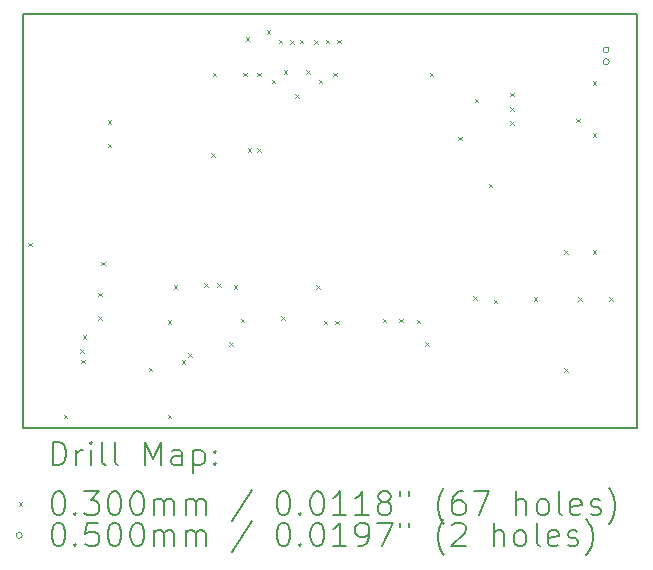
<source format=gbr>
%TF.GenerationSoftware,KiCad,Pcbnew,8.0.9-8.0.9-0~ubuntu22.04.1*%
%TF.CreationDate,2025-08-19T21:28:40+02:00*%
%TF.ProjectId,KG_Disp_Adapter,4b475f44-6973-4705-9f41-646170746572,rev?*%
%TF.SameCoordinates,Original*%
%TF.FileFunction,Drillmap*%
%TF.FilePolarity,Positive*%
%FSLAX45Y45*%
G04 Gerber Fmt 4.5, Leading zero omitted, Abs format (unit mm)*
G04 Created by KiCad (PCBNEW 8.0.9-8.0.9-0~ubuntu22.04.1) date 2025-08-19 21:28:40*
%MOMM*%
%LPD*%
G01*
G04 APERTURE LIST*
%ADD10C,0.150000*%
%ADD11C,0.200000*%
%ADD12C,0.100000*%
G04 APERTURE END LIST*
D10*
X12957501Y-13878500D02*
X12957501Y-10378500D01*
X18157501Y-13878500D02*
X18157501Y-10378500D01*
X12957501Y-10378500D02*
X18157501Y-10378500D01*
X18157501Y-13878500D02*
X12957501Y-13878500D01*
D11*
D12*
X13002501Y-12313500D02*
X13032501Y-12343500D01*
X13032501Y-12313500D02*
X13002501Y-12343500D01*
X13302501Y-13768500D02*
X13332501Y-13798500D01*
X13332501Y-13768500D02*
X13302501Y-13798500D01*
X13442501Y-13213500D02*
X13472501Y-13243500D01*
X13472501Y-13213500D02*
X13442501Y-13243500D01*
X13450001Y-13301000D02*
X13480001Y-13331000D01*
X13480001Y-13301000D02*
X13450001Y-13331000D01*
X13462501Y-13093500D02*
X13492501Y-13123500D01*
X13492501Y-13093500D02*
X13462501Y-13123500D01*
X13593751Y-12733500D02*
X13623751Y-12763500D01*
X13623751Y-12733500D02*
X13593751Y-12763500D01*
X13593751Y-12933500D02*
X13623751Y-12963500D01*
X13623751Y-12933500D02*
X13593751Y-12963500D01*
X13622501Y-12473500D02*
X13652501Y-12503500D01*
X13652501Y-12473500D02*
X13622501Y-12503500D01*
X13673751Y-11273500D02*
X13703751Y-11303500D01*
X13703751Y-11273500D02*
X13673751Y-11303500D01*
X13673751Y-11473500D02*
X13703751Y-11503500D01*
X13703751Y-11473500D02*
X13673751Y-11503500D01*
X14022501Y-13368500D02*
X14052501Y-13398500D01*
X14052501Y-13368500D02*
X14022501Y-13398500D01*
X14182501Y-12968500D02*
X14212501Y-12998500D01*
X14212501Y-12968500D02*
X14182501Y-12998500D01*
X14182501Y-13768500D02*
X14212501Y-13798500D01*
X14212501Y-13768500D02*
X14182501Y-13798500D01*
X14233751Y-12673500D02*
X14263751Y-12703500D01*
X14263751Y-12673500D02*
X14233751Y-12703500D01*
X14302501Y-13308500D02*
X14332501Y-13338500D01*
X14332501Y-13308500D02*
X14302501Y-13338500D01*
X14357501Y-13248500D02*
X14387501Y-13278500D01*
X14387501Y-13248500D02*
X14357501Y-13278500D01*
X14493751Y-12653500D02*
X14523751Y-12683500D01*
X14523751Y-12653500D02*
X14493751Y-12683500D01*
X14553751Y-11553500D02*
X14583751Y-11583500D01*
X14583751Y-11553500D02*
X14553751Y-11583500D01*
X14562501Y-10873500D02*
X14592501Y-10903500D01*
X14592501Y-10873500D02*
X14562501Y-10903500D01*
X14602501Y-12653500D02*
X14632501Y-12683500D01*
X14632501Y-12653500D02*
X14602501Y-12683500D01*
X14702501Y-13153500D02*
X14732501Y-13183500D01*
X14732501Y-13153500D02*
X14702501Y-13183500D01*
X14742501Y-12673500D02*
X14772501Y-12703500D01*
X14772501Y-12673500D02*
X14742501Y-12703500D01*
X14802501Y-12953500D02*
X14832501Y-12983500D01*
X14832501Y-12953500D02*
X14802501Y-12983500D01*
X14822501Y-10873500D02*
X14852501Y-10903500D01*
X14852501Y-10873500D02*
X14822501Y-10903500D01*
X14842501Y-10573500D02*
X14872501Y-10603500D01*
X14872501Y-10573500D02*
X14842501Y-10603500D01*
X14862501Y-11513500D02*
X14892501Y-11543500D01*
X14892501Y-11513500D02*
X14862501Y-11543500D01*
X14942501Y-10873500D02*
X14972501Y-10903500D01*
X14972501Y-10873500D02*
X14942501Y-10903500D01*
X14942501Y-11513500D02*
X14972501Y-11543500D01*
X14972501Y-11513500D02*
X14942501Y-11543500D01*
X15022501Y-10513500D02*
X15052501Y-10543500D01*
X15052501Y-10513500D02*
X15022501Y-10543500D01*
X15062501Y-10933500D02*
X15092501Y-10963500D01*
X15092501Y-10933500D02*
X15062501Y-10963500D01*
X15122501Y-10593500D02*
X15152501Y-10623500D01*
X15152501Y-10593500D02*
X15122501Y-10623500D01*
X15142501Y-12933500D02*
X15172501Y-12963500D01*
X15172501Y-12933500D02*
X15142501Y-12963500D01*
X15165001Y-10853500D02*
X15195001Y-10883500D01*
X15195001Y-10853500D02*
X15165001Y-10883500D01*
X15222501Y-10596000D02*
X15252501Y-10626000D01*
X15252501Y-10596000D02*
X15222501Y-10626000D01*
X15262501Y-11053500D02*
X15292501Y-11083500D01*
X15292501Y-11053500D02*
X15262501Y-11083500D01*
X15302501Y-10593500D02*
X15332501Y-10623500D01*
X15332501Y-10593500D02*
X15302501Y-10623500D01*
X15355001Y-10853500D02*
X15385001Y-10883500D01*
X15385001Y-10853500D02*
X15355001Y-10883500D01*
X15422501Y-10596000D02*
X15452501Y-10626000D01*
X15452501Y-10596000D02*
X15422501Y-10626000D01*
X15442501Y-12673500D02*
X15472501Y-12703500D01*
X15472501Y-12673500D02*
X15442501Y-12703500D01*
X15462501Y-10933500D02*
X15492501Y-10963500D01*
X15492501Y-10933500D02*
X15462501Y-10963500D01*
X15502501Y-12973500D02*
X15532501Y-13003500D01*
X15532501Y-12973500D02*
X15502501Y-13003500D01*
X15522501Y-10593500D02*
X15552501Y-10623500D01*
X15552501Y-10593500D02*
X15522501Y-10623500D01*
X15582501Y-10873500D02*
X15612501Y-10903500D01*
X15612501Y-10873500D02*
X15582501Y-10903500D01*
X15602501Y-12973500D02*
X15632501Y-13003500D01*
X15632501Y-12973500D02*
X15602501Y-13003500D01*
X15617501Y-10593500D02*
X15647501Y-10623500D01*
X15647501Y-10593500D02*
X15617501Y-10623500D01*
X16002501Y-12953500D02*
X16032501Y-12983500D01*
X16032501Y-12953500D02*
X16002501Y-12983500D01*
X16142501Y-12953500D02*
X16172501Y-12983500D01*
X16172501Y-12953500D02*
X16142501Y-12983500D01*
X16292501Y-12963500D02*
X16322501Y-12993500D01*
X16322501Y-12963500D02*
X16292501Y-12993500D01*
X16362501Y-13153500D02*
X16392501Y-13183500D01*
X16392501Y-13153500D02*
X16362501Y-13183500D01*
X16402501Y-10873500D02*
X16432501Y-10903500D01*
X16432501Y-10873500D02*
X16402501Y-10903500D01*
X16642501Y-11413500D02*
X16672501Y-11443500D01*
X16672501Y-11413500D02*
X16642501Y-11443500D01*
X16771001Y-12765000D02*
X16801001Y-12795000D01*
X16801001Y-12765000D02*
X16771001Y-12795000D01*
X16782501Y-11093500D02*
X16812501Y-11123500D01*
X16812501Y-11093500D02*
X16782501Y-11123500D01*
X16902501Y-11813500D02*
X16932501Y-11843500D01*
X16932501Y-11813500D02*
X16902501Y-11843500D01*
X16942501Y-12793500D02*
X16972501Y-12823500D01*
X16972501Y-12793500D02*
X16942501Y-12823500D01*
X17082501Y-11043500D02*
X17112501Y-11073500D01*
X17112501Y-11043500D02*
X17082501Y-11073500D01*
X17082501Y-11163500D02*
X17112501Y-11193500D01*
X17112501Y-11163500D02*
X17082501Y-11193500D01*
X17082501Y-11283500D02*
X17112501Y-11313500D01*
X17112501Y-11283500D02*
X17082501Y-11313500D01*
X17282501Y-12773500D02*
X17312501Y-12803500D01*
X17312501Y-12773500D02*
X17282501Y-12803500D01*
X17542501Y-12373500D02*
X17572501Y-12403500D01*
X17572501Y-12373500D02*
X17542501Y-12403500D01*
X17542501Y-13373500D02*
X17572501Y-13403500D01*
X17572501Y-13373500D02*
X17542501Y-13403500D01*
X17642501Y-11263500D02*
X17672501Y-11293500D01*
X17672501Y-11263500D02*
X17642501Y-11293500D01*
X17660001Y-12771000D02*
X17690001Y-12801000D01*
X17690001Y-12771000D02*
X17660001Y-12801000D01*
X17782501Y-10943500D02*
X17812501Y-10973500D01*
X17812501Y-10943500D02*
X17782501Y-10973500D01*
X17782501Y-11383500D02*
X17812501Y-11413500D01*
X17812501Y-11383500D02*
X17782501Y-11413500D01*
X17782501Y-12373500D02*
X17812501Y-12403500D01*
X17812501Y-12373500D02*
X17782501Y-12403500D01*
X17922501Y-12773500D02*
X17952501Y-12803500D01*
X17952501Y-12773500D02*
X17922501Y-12803500D01*
X17920001Y-10678500D02*
G75*
G02*
X17870001Y-10678500I-25000J0D01*
G01*
X17870001Y-10678500D02*
G75*
G02*
X17920001Y-10678500I25000J0D01*
G01*
X17920001Y-10778500D02*
G75*
G02*
X17870001Y-10778500I-25000J0D01*
G01*
X17870001Y-10778500D02*
G75*
G02*
X17920001Y-10778500I25000J0D01*
G01*
D11*
X13210778Y-14197484D02*
X13210778Y-13997484D01*
X13210778Y-13997484D02*
X13258397Y-13997484D01*
X13258397Y-13997484D02*
X13286968Y-14007007D01*
X13286968Y-14007007D02*
X13306016Y-14026055D01*
X13306016Y-14026055D02*
X13315539Y-14045103D01*
X13315539Y-14045103D02*
X13325063Y-14083198D01*
X13325063Y-14083198D02*
X13325063Y-14111769D01*
X13325063Y-14111769D02*
X13315539Y-14149865D01*
X13315539Y-14149865D02*
X13306016Y-14168912D01*
X13306016Y-14168912D02*
X13286968Y-14187960D01*
X13286968Y-14187960D02*
X13258397Y-14197484D01*
X13258397Y-14197484D02*
X13210778Y-14197484D01*
X13410778Y-14197484D02*
X13410778Y-14064150D01*
X13410778Y-14102246D02*
X13420301Y-14083198D01*
X13420301Y-14083198D02*
X13429825Y-14073674D01*
X13429825Y-14073674D02*
X13448873Y-14064150D01*
X13448873Y-14064150D02*
X13467920Y-14064150D01*
X13534587Y-14197484D02*
X13534587Y-14064150D01*
X13534587Y-13997484D02*
X13525063Y-14007007D01*
X13525063Y-14007007D02*
X13534587Y-14016531D01*
X13534587Y-14016531D02*
X13544111Y-14007007D01*
X13544111Y-14007007D02*
X13534587Y-13997484D01*
X13534587Y-13997484D02*
X13534587Y-14016531D01*
X13658397Y-14197484D02*
X13639349Y-14187960D01*
X13639349Y-14187960D02*
X13629825Y-14168912D01*
X13629825Y-14168912D02*
X13629825Y-13997484D01*
X13763158Y-14197484D02*
X13744111Y-14187960D01*
X13744111Y-14187960D02*
X13734587Y-14168912D01*
X13734587Y-14168912D02*
X13734587Y-13997484D01*
X13991730Y-14197484D02*
X13991730Y-13997484D01*
X13991730Y-13997484D02*
X14058397Y-14140341D01*
X14058397Y-14140341D02*
X14125063Y-13997484D01*
X14125063Y-13997484D02*
X14125063Y-14197484D01*
X14306016Y-14197484D02*
X14306016Y-14092722D01*
X14306016Y-14092722D02*
X14296492Y-14073674D01*
X14296492Y-14073674D02*
X14277444Y-14064150D01*
X14277444Y-14064150D02*
X14239349Y-14064150D01*
X14239349Y-14064150D02*
X14220301Y-14073674D01*
X14306016Y-14187960D02*
X14286968Y-14197484D01*
X14286968Y-14197484D02*
X14239349Y-14197484D01*
X14239349Y-14197484D02*
X14220301Y-14187960D01*
X14220301Y-14187960D02*
X14210778Y-14168912D01*
X14210778Y-14168912D02*
X14210778Y-14149865D01*
X14210778Y-14149865D02*
X14220301Y-14130817D01*
X14220301Y-14130817D02*
X14239349Y-14121293D01*
X14239349Y-14121293D02*
X14286968Y-14121293D01*
X14286968Y-14121293D02*
X14306016Y-14111769D01*
X14401254Y-14064150D02*
X14401254Y-14264150D01*
X14401254Y-14073674D02*
X14420301Y-14064150D01*
X14420301Y-14064150D02*
X14458397Y-14064150D01*
X14458397Y-14064150D02*
X14477444Y-14073674D01*
X14477444Y-14073674D02*
X14486968Y-14083198D01*
X14486968Y-14083198D02*
X14496492Y-14102246D01*
X14496492Y-14102246D02*
X14496492Y-14159388D01*
X14496492Y-14159388D02*
X14486968Y-14178436D01*
X14486968Y-14178436D02*
X14477444Y-14187960D01*
X14477444Y-14187960D02*
X14458397Y-14197484D01*
X14458397Y-14197484D02*
X14420301Y-14197484D01*
X14420301Y-14197484D02*
X14401254Y-14187960D01*
X14582206Y-14178436D02*
X14591730Y-14187960D01*
X14591730Y-14187960D02*
X14582206Y-14197484D01*
X14582206Y-14197484D02*
X14572682Y-14187960D01*
X14572682Y-14187960D02*
X14582206Y-14178436D01*
X14582206Y-14178436D02*
X14582206Y-14197484D01*
X14582206Y-14073674D02*
X14591730Y-14083198D01*
X14591730Y-14083198D02*
X14582206Y-14092722D01*
X14582206Y-14092722D02*
X14572682Y-14083198D01*
X14572682Y-14083198D02*
X14582206Y-14073674D01*
X14582206Y-14073674D02*
X14582206Y-14092722D01*
D12*
X12920001Y-14511000D02*
X12950001Y-14541000D01*
X12950001Y-14511000D02*
X12920001Y-14541000D01*
D11*
X13248873Y-14417484D02*
X13267920Y-14417484D01*
X13267920Y-14417484D02*
X13286968Y-14427007D01*
X13286968Y-14427007D02*
X13296492Y-14436531D01*
X13296492Y-14436531D02*
X13306016Y-14455579D01*
X13306016Y-14455579D02*
X13315539Y-14493674D01*
X13315539Y-14493674D02*
X13315539Y-14541293D01*
X13315539Y-14541293D02*
X13306016Y-14579388D01*
X13306016Y-14579388D02*
X13296492Y-14598436D01*
X13296492Y-14598436D02*
X13286968Y-14607960D01*
X13286968Y-14607960D02*
X13267920Y-14617484D01*
X13267920Y-14617484D02*
X13248873Y-14617484D01*
X13248873Y-14617484D02*
X13229825Y-14607960D01*
X13229825Y-14607960D02*
X13220301Y-14598436D01*
X13220301Y-14598436D02*
X13210778Y-14579388D01*
X13210778Y-14579388D02*
X13201254Y-14541293D01*
X13201254Y-14541293D02*
X13201254Y-14493674D01*
X13201254Y-14493674D02*
X13210778Y-14455579D01*
X13210778Y-14455579D02*
X13220301Y-14436531D01*
X13220301Y-14436531D02*
X13229825Y-14427007D01*
X13229825Y-14427007D02*
X13248873Y-14417484D01*
X13401254Y-14598436D02*
X13410778Y-14607960D01*
X13410778Y-14607960D02*
X13401254Y-14617484D01*
X13401254Y-14617484D02*
X13391730Y-14607960D01*
X13391730Y-14607960D02*
X13401254Y-14598436D01*
X13401254Y-14598436D02*
X13401254Y-14617484D01*
X13477444Y-14417484D02*
X13601254Y-14417484D01*
X13601254Y-14417484D02*
X13534587Y-14493674D01*
X13534587Y-14493674D02*
X13563159Y-14493674D01*
X13563159Y-14493674D02*
X13582206Y-14503198D01*
X13582206Y-14503198D02*
X13591730Y-14512722D01*
X13591730Y-14512722D02*
X13601254Y-14531769D01*
X13601254Y-14531769D02*
X13601254Y-14579388D01*
X13601254Y-14579388D02*
X13591730Y-14598436D01*
X13591730Y-14598436D02*
X13582206Y-14607960D01*
X13582206Y-14607960D02*
X13563159Y-14617484D01*
X13563159Y-14617484D02*
X13506016Y-14617484D01*
X13506016Y-14617484D02*
X13486968Y-14607960D01*
X13486968Y-14607960D02*
X13477444Y-14598436D01*
X13725063Y-14417484D02*
X13744111Y-14417484D01*
X13744111Y-14417484D02*
X13763159Y-14427007D01*
X13763159Y-14427007D02*
X13772682Y-14436531D01*
X13772682Y-14436531D02*
X13782206Y-14455579D01*
X13782206Y-14455579D02*
X13791730Y-14493674D01*
X13791730Y-14493674D02*
X13791730Y-14541293D01*
X13791730Y-14541293D02*
X13782206Y-14579388D01*
X13782206Y-14579388D02*
X13772682Y-14598436D01*
X13772682Y-14598436D02*
X13763159Y-14607960D01*
X13763159Y-14607960D02*
X13744111Y-14617484D01*
X13744111Y-14617484D02*
X13725063Y-14617484D01*
X13725063Y-14617484D02*
X13706016Y-14607960D01*
X13706016Y-14607960D02*
X13696492Y-14598436D01*
X13696492Y-14598436D02*
X13686968Y-14579388D01*
X13686968Y-14579388D02*
X13677444Y-14541293D01*
X13677444Y-14541293D02*
X13677444Y-14493674D01*
X13677444Y-14493674D02*
X13686968Y-14455579D01*
X13686968Y-14455579D02*
X13696492Y-14436531D01*
X13696492Y-14436531D02*
X13706016Y-14427007D01*
X13706016Y-14427007D02*
X13725063Y-14417484D01*
X13915539Y-14417484D02*
X13934587Y-14417484D01*
X13934587Y-14417484D02*
X13953635Y-14427007D01*
X13953635Y-14427007D02*
X13963159Y-14436531D01*
X13963159Y-14436531D02*
X13972682Y-14455579D01*
X13972682Y-14455579D02*
X13982206Y-14493674D01*
X13982206Y-14493674D02*
X13982206Y-14541293D01*
X13982206Y-14541293D02*
X13972682Y-14579388D01*
X13972682Y-14579388D02*
X13963159Y-14598436D01*
X13963159Y-14598436D02*
X13953635Y-14607960D01*
X13953635Y-14607960D02*
X13934587Y-14617484D01*
X13934587Y-14617484D02*
X13915539Y-14617484D01*
X13915539Y-14617484D02*
X13896492Y-14607960D01*
X13896492Y-14607960D02*
X13886968Y-14598436D01*
X13886968Y-14598436D02*
X13877444Y-14579388D01*
X13877444Y-14579388D02*
X13867920Y-14541293D01*
X13867920Y-14541293D02*
X13867920Y-14493674D01*
X13867920Y-14493674D02*
X13877444Y-14455579D01*
X13877444Y-14455579D02*
X13886968Y-14436531D01*
X13886968Y-14436531D02*
X13896492Y-14427007D01*
X13896492Y-14427007D02*
X13915539Y-14417484D01*
X14067920Y-14617484D02*
X14067920Y-14484150D01*
X14067920Y-14503198D02*
X14077444Y-14493674D01*
X14077444Y-14493674D02*
X14096492Y-14484150D01*
X14096492Y-14484150D02*
X14125063Y-14484150D01*
X14125063Y-14484150D02*
X14144111Y-14493674D01*
X14144111Y-14493674D02*
X14153635Y-14512722D01*
X14153635Y-14512722D02*
X14153635Y-14617484D01*
X14153635Y-14512722D02*
X14163159Y-14493674D01*
X14163159Y-14493674D02*
X14182206Y-14484150D01*
X14182206Y-14484150D02*
X14210778Y-14484150D01*
X14210778Y-14484150D02*
X14229825Y-14493674D01*
X14229825Y-14493674D02*
X14239349Y-14512722D01*
X14239349Y-14512722D02*
X14239349Y-14617484D01*
X14334587Y-14617484D02*
X14334587Y-14484150D01*
X14334587Y-14503198D02*
X14344111Y-14493674D01*
X14344111Y-14493674D02*
X14363159Y-14484150D01*
X14363159Y-14484150D02*
X14391730Y-14484150D01*
X14391730Y-14484150D02*
X14410778Y-14493674D01*
X14410778Y-14493674D02*
X14420301Y-14512722D01*
X14420301Y-14512722D02*
X14420301Y-14617484D01*
X14420301Y-14512722D02*
X14429825Y-14493674D01*
X14429825Y-14493674D02*
X14448873Y-14484150D01*
X14448873Y-14484150D02*
X14477444Y-14484150D01*
X14477444Y-14484150D02*
X14496492Y-14493674D01*
X14496492Y-14493674D02*
X14506016Y-14512722D01*
X14506016Y-14512722D02*
X14506016Y-14617484D01*
X14896492Y-14407960D02*
X14725063Y-14665103D01*
X15153635Y-14417484D02*
X15172683Y-14417484D01*
X15172683Y-14417484D02*
X15191730Y-14427007D01*
X15191730Y-14427007D02*
X15201254Y-14436531D01*
X15201254Y-14436531D02*
X15210778Y-14455579D01*
X15210778Y-14455579D02*
X15220302Y-14493674D01*
X15220302Y-14493674D02*
X15220302Y-14541293D01*
X15220302Y-14541293D02*
X15210778Y-14579388D01*
X15210778Y-14579388D02*
X15201254Y-14598436D01*
X15201254Y-14598436D02*
X15191730Y-14607960D01*
X15191730Y-14607960D02*
X15172683Y-14617484D01*
X15172683Y-14617484D02*
X15153635Y-14617484D01*
X15153635Y-14617484D02*
X15134587Y-14607960D01*
X15134587Y-14607960D02*
X15125063Y-14598436D01*
X15125063Y-14598436D02*
X15115540Y-14579388D01*
X15115540Y-14579388D02*
X15106016Y-14541293D01*
X15106016Y-14541293D02*
X15106016Y-14493674D01*
X15106016Y-14493674D02*
X15115540Y-14455579D01*
X15115540Y-14455579D02*
X15125063Y-14436531D01*
X15125063Y-14436531D02*
X15134587Y-14427007D01*
X15134587Y-14427007D02*
X15153635Y-14417484D01*
X15306016Y-14598436D02*
X15315540Y-14607960D01*
X15315540Y-14607960D02*
X15306016Y-14617484D01*
X15306016Y-14617484D02*
X15296492Y-14607960D01*
X15296492Y-14607960D02*
X15306016Y-14598436D01*
X15306016Y-14598436D02*
X15306016Y-14617484D01*
X15439349Y-14417484D02*
X15458397Y-14417484D01*
X15458397Y-14417484D02*
X15477444Y-14427007D01*
X15477444Y-14427007D02*
X15486968Y-14436531D01*
X15486968Y-14436531D02*
X15496492Y-14455579D01*
X15496492Y-14455579D02*
X15506016Y-14493674D01*
X15506016Y-14493674D02*
X15506016Y-14541293D01*
X15506016Y-14541293D02*
X15496492Y-14579388D01*
X15496492Y-14579388D02*
X15486968Y-14598436D01*
X15486968Y-14598436D02*
X15477444Y-14607960D01*
X15477444Y-14607960D02*
X15458397Y-14617484D01*
X15458397Y-14617484D02*
X15439349Y-14617484D01*
X15439349Y-14617484D02*
X15420302Y-14607960D01*
X15420302Y-14607960D02*
X15410778Y-14598436D01*
X15410778Y-14598436D02*
X15401254Y-14579388D01*
X15401254Y-14579388D02*
X15391730Y-14541293D01*
X15391730Y-14541293D02*
X15391730Y-14493674D01*
X15391730Y-14493674D02*
X15401254Y-14455579D01*
X15401254Y-14455579D02*
X15410778Y-14436531D01*
X15410778Y-14436531D02*
X15420302Y-14427007D01*
X15420302Y-14427007D02*
X15439349Y-14417484D01*
X15696492Y-14617484D02*
X15582206Y-14617484D01*
X15639349Y-14617484D02*
X15639349Y-14417484D01*
X15639349Y-14417484D02*
X15620302Y-14446055D01*
X15620302Y-14446055D02*
X15601254Y-14465103D01*
X15601254Y-14465103D02*
X15582206Y-14474626D01*
X15886968Y-14617484D02*
X15772683Y-14617484D01*
X15829825Y-14617484D02*
X15829825Y-14417484D01*
X15829825Y-14417484D02*
X15810778Y-14446055D01*
X15810778Y-14446055D02*
X15791730Y-14465103D01*
X15791730Y-14465103D02*
X15772683Y-14474626D01*
X16001254Y-14503198D02*
X15982206Y-14493674D01*
X15982206Y-14493674D02*
X15972683Y-14484150D01*
X15972683Y-14484150D02*
X15963159Y-14465103D01*
X15963159Y-14465103D02*
X15963159Y-14455579D01*
X15963159Y-14455579D02*
X15972683Y-14436531D01*
X15972683Y-14436531D02*
X15982206Y-14427007D01*
X15982206Y-14427007D02*
X16001254Y-14417484D01*
X16001254Y-14417484D02*
X16039349Y-14417484D01*
X16039349Y-14417484D02*
X16058397Y-14427007D01*
X16058397Y-14427007D02*
X16067921Y-14436531D01*
X16067921Y-14436531D02*
X16077444Y-14455579D01*
X16077444Y-14455579D02*
X16077444Y-14465103D01*
X16077444Y-14465103D02*
X16067921Y-14484150D01*
X16067921Y-14484150D02*
X16058397Y-14493674D01*
X16058397Y-14493674D02*
X16039349Y-14503198D01*
X16039349Y-14503198D02*
X16001254Y-14503198D01*
X16001254Y-14503198D02*
X15982206Y-14512722D01*
X15982206Y-14512722D02*
X15972683Y-14522246D01*
X15972683Y-14522246D02*
X15963159Y-14541293D01*
X15963159Y-14541293D02*
X15963159Y-14579388D01*
X15963159Y-14579388D02*
X15972683Y-14598436D01*
X15972683Y-14598436D02*
X15982206Y-14607960D01*
X15982206Y-14607960D02*
X16001254Y-14617484D01*
X16001254Y-14617484D02*
X16039349Y-14617484D01*
X16039349Y-14617484D02*
X16058397Y-14607960D01*
X16058397Y-14607960D02*
X16067921Y-14598436D01*
X16067921Y-14598436D02*
X16077444Y-14579388D01*
X16077444Y-14579388D02*
X16077444Y-14541293D01*
X16077444Y-14541293D02*
X16067921Y-14522246D01*
X16067921Y-14522246D02*
X16058397Y-14512722D01*
X16058397Y-14512722D02*
X16039349Y-14503198D01*
X16153635Y-14417484D02*
X16153635Y-14455579D01*
X16229825Y-14417484D02*
X16229825Y-14455579D01*
X16525064Y-14693674D02*
X16515540Y-14684150D01*
X16515540Y-14684150D02*
X16496492Y-14655579D01*
X16496492Y-14655579D02*
X16486968Y-14636531D01*
X16486968Y-14636531D02*
X16477445Y-14607960D01*
X16477445Y-14607960D02*
X16467921Y-14560341D01*
X16467921Y-14560341D02*
X16467921Y-14522246D01*
X16467921Y-14522246D02*
X16477445Y-14474626D01*
X16477445Y-14474626D02*
X16486968Y-14446055D01*
X16486968Y-14446055D02*
X16496492Y-14427007D01*
X16496492Y-14427007D02*
X16515540Y-14398436D01*
X16515540Y-14398436D02*
X16525064Y-14388912D01*
X16686968Y-14417484D02*
X16648873Y-14417484D01*
X16648873Y-14417484D02*
X16629825Y-14427007D01*
X16629825Y-14427007D02*
X16620302Y-14436531D01*
X16620302Y-14436531D02*
X16601254Y-14465103D01*
X16601254Y-14465103D02*
X16591730Y-14503198D01*
X16591730Y-14503198D02*
X16591730Y-14579388D01*
X16591730Y-14579388D02*
X16601254Y-14598436D01*
X16601254Y-14598436D02*
X16610778Y-14607960D01*
X16610778Y-14607960D02*
X16629825Y-14617484D01*
X16629825Y-14617484D02*
X16667921Y-14617484D01*
X16667921Y-14617484D02*
X16686968Y-14607960D01*
X16686968Y-14607960D02*
X16696492Y-14598436D01*
X16696492Y-14598436D02*
X16706016Y-14579388D01*
X16706016Y-14579388D02*
X16706016Y-14531769D01*
X16706016Y-14531769D02*
X16696492Y-14512722D01*
X16696492Y-14512722D02*
X16686968Y-14503198D01*
X16686968Y-14503198D02*
X16667921Y-14493674D01*
X16667921Y-14493674D02*
X16629825Y-14493674D01*
X16629825Y-14493674D02*
X16610778Y-14503198D01*
X16610778Y-14503198D02*
X16601254Y-14512722D01*
X16601254Y-14512722D02*
X16591730Y-14531769D01*
X16772683Y-14417484D02*
X16906016Y-14417484D01*
X16906016Y-14417484D02*
X16820302Y-14617484D01*
X17134588Y-14617484D02*
X17134588Y-14417484D01*
X17220302Y-14617484D02*
X17220302Y-14512722D01*
X17220302Y-14512722D02*
X17210778Y-14493674D01*
X17210778Y-14493674D02*
X17191730Y-14484150D01*
X17191730Y-14484150D02*
X17163159Y-14484150D01*
X17163159Y-14484150D02*
X17144111Y-14493674D01*
X17144111Y-14493674D02*
X17134588Y-14503198D01*
X17344111Y-14617484D02*
X17325064Y-14607960D01*
X17325064Y-14607960D02*
X17315540Y-14598436D01*
X17315540Y-14598436D02*
X17306016Y-14579388D01*
X17306016Y-14579388D02*
X17306016Y-14522246D01*
X17306016Y-14522246D02*
X17315540Y-14503198D01*
X17315540Y-14503198D02*
X17325064Y-14493674D01*
X17325064Y-14493674D02*
X17344111Y-14484150D01*
X17344111Y-14484150D02*
X17372683Y-14484150D01*
X17372683Y-14484150D02*
X17391730Y-14493674D01*
X17391730Y-14493674D02*
X17401254Y-14503198D01*
X17401254Y-14503198D02*
X17410778Y-14522246D01*
X17410778Y-14522246D02*
X17410778Y-14579388D01*
X17410778Y-14579388D02*
X17401254Y-14598436D01*
X17401254Y-14598436D02*
X17391730Y-14607960D01*
X17391730Y-14607960D02*
X17372683Y-14617484D01*
X17372683Y-14617484D02*
X17344111Y-14617484D01*
X17525064Y-14617484D02*
X17506016Y-14607960D01*
X17506016Y-14607960D02*
X17496492Y-14588912D01*
X17496492Y-14588912D02*
X17496492Y-14417484D01*
X17677445Y-14607960D02*
X17658397Y-14617484D01*
X17658397Y-14617484D02*
X17620302Y-14617484D01*
X17620302Y-14617484D02*
X17601254Y-14607960D01*
X17601254Y-14607960D02*
X17591730Y-14588912D01*
X17591730Y-14588912D02*
X17591730Y-14512722D01*
X17591730Y-14512722D02*
X17601254Y-14493674D01*
X17601254Y-14493674D02*
X17620302Y-14484150D01*
X17620302Y-14484150D02*
X17658397Y-14484150D01*
X17658397Y-14484150D02*
X17677445Y-14493674D01*
X17677445Y-14493674D02*
X17686969Y-14512722D01*
X17686969Y-14512722D02*
X17686969Y-14531769D01*
X17686969Y-14531769D02*
X17591730Y-14550817D01*
X17763159Y-14607960D02*
X17782207Y-14617484D01*
X17782207Y-14617484D02*
X17820302Y-14617484D01*
X17820302Y-14617484D02*
X17839350Y-14607960D01*
X17839350Y-14607960D02*
X17848873Y-14588912D01*
X17848873Y-14588912D02*
X17848873Y-14579388D01*
X17848873Y-14579388D02*
X17839350Y-14560341D01*
X17839350Y-14560341D02*
X17820302Y-14550817D01*
X17820302Y-14550817D02*
X17791730Y-14550817D01*
X17791730Y-14550817D02*
X17772683Y-14541293D01*
X17772683Y-14541293D02*
X17763159Y-14522246D01*
X17763159Y-14522246D02*
X17763159Y-14512722D01*
X17763159Y-14512722D02*
X17772683Y-14493674D01*
X17772683Y-14493674D02*
X17791730Y-14484150D01*
X17791730Y-14484150D02*
X17820302Y-14484150D01*
X17820302Y-14484150D02*
X17839350Y-14493674D01*
X17915540Y-14693674D02*
X17925064Y-14684150D01*
X17925064Y-14684150D02*
X17944111Y-14655579D01*
X17944111Y-14655579D02*
X17953635Y-14636531D01*
X17953635Y-14636531D02*
X17963159Y-14607960D01*
X17963159Y-14607960D02*
X17972683Y-14560341D01*
X17972683Y-14560341D02*
X17972683Y-14522246D01*
X17972683Y-14522246D02*
X17963159Y-14474626D01*
X17963159Y-14474626D02*
X17953635Y-14446055D01*
X17953635Y-14446055D02*
X17944111Y-14427007D01*
X17944111Y-14427007D02*
X17925064Y-14398436D01*
X17925064Y-14398436D02*
X17915540Y-14388912D01*
D12*
X12950001Y-14790000D02*
G75*
G02*
X12900001Y-14790000I-25000J0D01*
G01*
X12900001Y-14790000D02*
G75*
G02*
X12950001Y-14790000I25000J0D01*
G01*
D11*
X13248873Y-14681484D02*
X13267920Y-14681484D01*
X13267920Y-14681484D02*
X13286968Y-14691007D01*
X13286968Y-14691007D02*
X13296492Y-14700531D01*
X13296492Y-14700531D02*
X13306016Y-14719579D01*
X13306016Y-14719579D02*
X13315539Y-14757674D01*
X13315539Y-14757674D02*
X13315539Y-14805293D01*
X13315539Y-14805293D02*
X13306016Y-14843388D01*
X13306016Y-14843388D02*
X13296492Y-14862436D01*
X13296492Y-14862436D02*
X13286968Y-14871960D01*
X13286968Y-14871960D02*
X13267920Y-14881484D01*
X13267920Y-14881484D02*
X13248873Y-14881484D01*
X13248873Y-14881484D02*
X13229825Y-14871960D01*
X13229825Y-14871960D02*
X13220301Y-14862436D01*
X13220301Y-14862436D02*
X13210778Y-14843388D01*
X13210778Y-14843388D02*
X13201254Y-14805293D01*
X13201254Y-14805293D02*
X13201254Y-14757674D01*
X13201254Y-14757674D02*
X13210778Y-14719579D01*
X13210778Y-14719579D02*
X13220301Y-14700531D01*
X13220301Y-14700531D02*
X13229825Y-14691007D01*
X13229825Y-14691007D02*
X13248873Y-14681484D01*
X13401254Y-14862436D02*
X13410778Y-14871960D01*
X13410778Y-14871960D02*
X13401254Y-14881484D01*
X13401254Y-14881484D02*
X13391730Y-14871960D01*
X13391730Y-14871960D02*
X13401254Y-14862436D01*
X13401254Y-14862436D02*
X13401254Y-14881484D01*
X13591730Y-14681484D02*
X13496492Y-14681484D01*
X13496492Y-14681484D02*
X13486968Y-14776722D01*
X13486968Y-14776722D02*
X13496492Y-14767198D01*
X13496492Y-14767198D02*
X13515539Y-14757674D01*
X13515539Y-14757674D02*
X13563159Y-14757674D01*
X13563159Y-14757674D02*
X13582206Y-14767198D01*
X13582206Y-14767198D02*
X13591730Y-14776722D01*
X13591730Y-14776722D02*
X13601254Y-14795769D01*
X13601254Y-14795769D02*
X13601254Y-14843388D01*
X13601254Y-14843388D02*
X13591730Y-14862436D01*
X13591730Y-14862436D02*
X13582206Y-14871960D01*
X13582206Y-14871960D02*
X13563159Y-14881484D01*
X13563159Y-14881484D02*
X13515539Y-14881484D01*
X13515539Y-14881484D02*
X13496492Y-14871960D01*
X13496492Y-14871960D02*
X13486968Y-14862436D01*
X13725063Y-14681484D02*
X13744111Y-14681484D01*
X13744111Y-14681484D02*
X13763159Y-14691007D01*
X13763159Y-14691007D02*
X13772682Y-14700531D01*
X13772682Y-14700531D02*
X13782206Y-14719579D01*
X13782206Y-14719579D02*
X13791730Y-14757674D01*
X13791730Y-14757674D02*
X13791730Y-14805293D01*
X13791730Y-14805293D02*
X13782206Y-14843388D01*
X13782206Y-14843388D02*
X13772682Y-14862436D01*
X13772682Y-14862436D02*
X13763159Y-14871960D01*
X13763159Y-14871960D02*
X13744111Y-14881484D01*
X13744111Y-14881484D02*
X13725063Y-14881484D01*
X13725063Y-14881484D02*
X13706016Y-14871960D01*
X13706016Y-14871960D02*
X13696492Y-14862436D01*
X13696492Y-14862436D02*
X13686968Y-14843388D01*
X13686968Y-14843388D02*
X13677444Y-14805293D01*
X13677444Y-14805293D02*
X13677444Y-14757674D01*
X13677444Y-14757674D02*
X13686968Y-14719579D01*
X13686968Y-14719579D02*
X13696492Y-14700531D01*
X13696492Y-14700531D02*
X13706016Y-14691007D01*
X13706016Y-14691007D02*
X13725063Y-14681484D01*
X13915539Y-14681484D02*
X13934587Y-14681484D01*
X13934587Y-14681484D02*
X13953635Y-14691007D01*
X13953635Y-14691007D02*
X13963159Y-14700531D01*
X13963159Y-14700531D02*
X13972682Y-14719579D01*
X13972682Y-14719579D02*
X13982206Y-14757674D01*
X13982206Y-14757674D02*
X13982206Y-14805293D01*
X13982206Y-14805293D02*
X13972682Y-14843388D01*
X13972682Y-14843388D02*
X13963159Y-14862436D01*
X13963159Y-14862436D02*
X13953635Y-14871960D01*
X13953635Y-14871960D02*
X13934587Y-14881484D01*
X13934587Y-14881484D02*
X13915539Y-14881484D01*
X13915539Y-14881484D02*
X13896492Y-14871960D01*
X13896492Y-14871960D02*
X13886968Y-14862436D01*
X13886968Y-14862436D02*
X13877444Y-14843388D01*
X13877444Y-14843388D02*
X13867920Y-14805293D01*
X13867920Y-14805293D02*
X13867920Y-14757674D01*
X13867920Y-14757674D02*
X13877444Y-14719579D01*
X13877444Y-14719579D02*
X13886968Y-14700531D01*
X13886968Y-14700531D02*
X13896492Y-14691007D01*
X13896492Y-14691007D02*
X13915539Y-14681484D01*
X14067920Y-14881484D02*
X14067920Y-14748150D01*
X14067920Y-14767198D02*
X14077444Y-14757674D01*
X14077444Y-14757674D02*
X14096492Y-14748150D01*
X14096492Y-14748150D02*
X14125063Y-14748150D01*
X14125063Y-14748150D02*
X14144111Y-14757674D01*
X14144111Y-14757674D02*
X14153635Y-14776722D01*
X14153635Y-14776722D02*
X14153635Y-14881484D01*
X14153635Y-14776722D02*
X14163159Y-14757674D01*
X14163159Y-14757674D02*
X14182206Y-14748150D01*
X14182206Y-14748150D02*
X14210778Y-14748150D01*
X14210778Y-14748150D02*
X14229825Y-14757674D01*
X14229825Y-14757674D02*
X14239349Y-14776722D01*
X14239349Y-14776722D02*
X14239349Y-14881484D01*
X14334587Y-14881484D02*
X14334587Y-14748150D01*
X14334587Y-14767198D02*
X14344111Y-14757674D01*
X14344111Y-14757674D02*
X14363159Y-14748150D01*
X14363159Y-14748150D02*
X14391730Y-14748150D01*
X14391730Y-14748150D02*
X14410778Y-14757674D01*
X14410778Y-14757674D02*
X14420301Y-14776722D01*
X14420301Y-14776722D02*
X14420301Y-14881484D01*
X14420301Y-14776722D02*
X14429825Y-14757674D01*
X14429825Y-14757674D02*
X14448873Y-14748150D01*
X14448873Y-14748150D02*
X14477444Y-14748150D01*
X14477444Y-14748150D02*
X14496492Y-14757674D01*
X14496492Y-14757674D02*
X14506016Y-14776722D01*
X14506016Y-14776722D02*
X14506016Y-14881484D01*
X14896492Y-14671960D02*
X14725063Y-14929103D01*
X15153635Y-14681484D02*
X15172683Y-14681484D01*
X15172683Y-14681484D02*
X15191730Y-14691007D01*
X15191730Y-14691007D02*
X15201254Y-14700531D01*
X15201254Y-14700531D02*
X15210778Y-14719579D01*
X15210778Y-14719579D02*
X15220302Y-14757674D01*
X15220302Y-14757674D02*
X15220302Y-14805293D01*
X15220302Y-14805293D02*
X15210778Y-14843388D01*
X15210778Y-14843388D02*
X15201254Y-14862436D01*
X15201254Y-14862436D02*
X15191730Y-14871960D01*
X15191730Y-14871960D02*
X15172683Y-14881484D01*
X15172683Y-14881484D02*
X15153635Y-14881484D01*
X15153635Y-14881484D02*
X15134587Y-14871960D01*
X15134587Y-14871960D02*
X15125063Y-14862436D01*
X15125063Y-14862436D02*
X15115540Y-14843388D01*
X15115540Y-14843388D02*
X15106016Y-14805293D01*
X15106016Y-14805293D02*
X15106016Y-14757674D01*
X15106016Y-14757674D02*
X15115540Y-14719579D01*
X15115540Y-14719579D02*
X15125063Y-14700531D01*
X15125063Y-14700531D02*
X15134587Y-14691007D01*
X15134587Y-14691007D02*
X15153635Y-14681484D01*
X15306016Y-14862436D02*
X15315540Y-14871960D01*
X15315540Y-14871960D02*
X15306016Y-14881484D01*
X15306016Y-14881484D02*
X15296492Y-14871960D01*
X15296492Y-14871960D02*
X15306016Y-14862436D01*
X15306016Y-14862436D02*
X15306016Y-14881484D01*
X15439349Y-14681484D02*
X15458397Y-14681484D01*
X15458397Y-14681484D02*
X15477444Y-14691007D01*
X15477444Y-14691007D02*
X15486968Y-14700531D01*
X15486968Y-14700531D02*
X15496492Y-14719579D01*
X15496492Y-14719579D02*
X15506016Y-14757674D01*
X15506016Y-14757674D02*
X15506016Y-14805293D01*
X15506016Y-14805293D02*
X15496492Y-14843388D01*
X15496492Y-14843388D02*
X15486968Y-14862436D01*
X15486968Y-14862436D02*
X15477444Y-14871960D01*
X15477444Y-14871960D02*
X15458397Y-14881484D01*
X15458397Y-14881484D02*
X15439349Y-14881484D01*
X15439349Y-14881484D02*
X15420302Y-14871960D01*
X15420302Y-14871960D02*
X15410778Y-14862436D01*
X15410778Y-14862436D02*
X15401254Y-14843388D01*
X15401254Y-14843388D02*
X15391730Y-14805293D01*
X15391730Y-14805293D02*
X15391730Y-14757674D01*
X15391730Y-14757674D02*
X15401254Y-14719579D01*
X15401254Y-14719579D02*
X15410778Y-14700531D01*
X15410778Y-14700531D02*
X15420302Y-14691007D01*
X15420302Y-14691007D02*
X15439349Y-14681484D01*
X15696492Y-14881484D02*
X15582206Y-14881484D01*
X15639349Y-14881484D02*
X15639349Y-14681484D01*
X15639349Y-14681484D02*
X15620302Y-14710055D01*
X15620302Y-14710055D02*
X15601254Y-14729103D01*
X15601254Y-14729103D02*
X15582206Y-14738626D01*
X15791730Y-14881484D02*
X15829825Y-14881484D01*
X15829825Y-14881484D02*
X15848873Y-14871960D01*
X15848873Y-14871960D02*
X15858397Y-14862436D01*
X15858397Y-14862436D02*
X15877444Y-14833865D01*
X15877444Y-14833865D02*
X15886968Y-14795769D01*
X15886968Y-14795769D02*
X15886968Y-14719579D01*
X15886968Y-14719579D02*
X15877444Y-14700531D01*
X15877444Y-14700531D02*
X15867921Y-14691007D01*
X15867921Y-14691007D02*
X15848873Y-14681484D01*
X15848873Y-14681484D02*
X15810778Y-14681484D01*
X15810778Y-14681484D02*
X15791730Y-14691007D01*
X15791730Y-14691007D02*
X15782206Y-14700531D01*
X15782206Y-14700531D02*
X15772683Y-14719579D01*
X15772683Y-14719579D02*
X15772683Y-14767198D01*
X15772683Y-14767198D02*
X15782206Y-14786246D01*
X15782206Y-14786246D02*
X15791730Y-14795769D01*
X15791730Y-14795769D02*
X15810778Y-14805293D01*
X15810778Y-14805293D02*
X15848873Y-14805293D01*
X15848873Y-14805293D02*
X15867921Y-14795769D01*
X15867921Y-14795769D02*
X15877444Y-14786246D01*
X15877444Y-14786246D02*
X15886968Y-14767198D01*
X15953635Y-14681484D02*
X16086968Y-14681484D01*
X16086968Y-14681484D02*
X16001254Y-14881484D01*
X16153635Y-14681484D02*
X16153635Y-14719579D01*
X16229825Y-14681484D02*
X16229825Y-14719579D01*
X16525064Y-14957674D02*
X16515540Y-14948150D01*
X16515540Y-14948150D02*
X16496492Y-14919579D01*
X16496492Y-14919579D02*
X16486968Y-14900531D01*
X16486968Y-14900531D02*
X16477445Y-14871960D01*
X16477445Y-14871960D02*
X16467921Y-14824341D01*
X16467921Y-14824341D02*
X16467921Y-14786246D01*
X16467921Y-14786246D02*
X16477445Y-14738626D01*
X16477445Y-14738626D02*
X16486968Y-14710055D01*
X16486968Y-14710055D02*
X16496492Y-14691007D01*
X16496492Y-14691007D02*
X16515540Y-14662436D01*
X16515540Y-14662436D02*
X16525064Y-14652912D01*
X16591730Y-14700531D02*
X16601254Y-14691007D01*
X16601254Y-14691007D02*
X16620302Y-14681484D01*
X16620302Y-14681484D02*
X16667921Y-14681484D01*
X16667921Y-14681484D02*
X16686968Y-14691007D01*
X16686968Y-14691007D02*
X16696492Y-14700531D01*
X16696492Y-14700531D02*
X16706016Y-14719579D01*
X16706016Y-14719579D02*
X16706016Y-14738626D01*
X16706016Y-14738626D02*
X16696492Y-14767198D01*
X16696492Y-14767198D02*
X16582206Y-14881484D01*
X16582206Y-14881484D02*
X16706016Y-14881484D01*
X16944111Y-14881484D02*
X16944111Y-14681484D01*
X17029826Y-14881484D02*
X17029826Y-14776722D01*
X17029826Y-14776722D02*
X17020302Y-14757674D01*
X17020302Y-14757674D02*
X17001254Y-14748150D01*
X17001254Y-14748150D02*
X16972683Y-14748150D01*
X16972683Y-14748150D02*
X16953635Y-14757674D01*
X16953635Y-14757674D02*
X16944111Y-14767198D01*
X17153635Y-14881484D02*
X17134588Y-14871960D01*
X17134588Y-14871960D02*
X17125064Y-14862436D01*
X17125064Y-14862436D02*
X17115540Y-14843388D01*
X17115540Y-14843388D02*
X17115540Y-14786246D01*
X17115540Y-14786246D02*
X17125064Y-14767198D01*
X17125064Y-14767198D02*
X17134588Y-14757674D01*
X17134588Y-14757674D02*
X17153635Y-14748150D01*
X17153635Y-14748150D02*
X17182207Y-14748150D01*
X17182207Y-14748150D02*
X17201254Y-14757674D01*
X17201254Y-14757674D02*
X17210778Y-14767198D01*
X17210778Y-14767198D02*
X17220302Y-14786246D01*
X17220302Y-14786246D02*
X17220302Y-14843388D01*
X17220302Y-14843388D02*
X17210778Y-14862436D01*
X17210778Y-14862436D02*
X17201254Y-14871960D01*
X17201254Y-14871960D02*
X17182207Y-14881484D01*
X17182207Y-14881484D02*
X17153635Y-14881484D01*
X17334588Y-14881484D02*
X17315540Y-14871960D01*
X17315540Y-14871960D02*
X17306016Y-14852912D01*
X17306016Y-14852912D02*
X17306016Y-14681484D01*
X17486969Y-14871960D02*
X17467921Y-14881484D01*
X17467921Y-14881484D02*
X17429826Y-14881484D01*
X17429826Y-14881484D02*
X17410778Y-14871960D01*
X17410778Y-14871960D02*
X17401254Y-14852912D01*
X17401254Y-14852912D02*
X17401254Y-14776722D01*
X17401254Y-14776722D02*
X17410778Y-14757674D01*
X17410778Y-14757674D02*
X17429826Y-14748150D01*
X17429826Y-14748150D02*
X17467921Y-14748150D01*
X17467921Y-14748150D02*
X17486969Y-14757674D01*
X17486969Y-14757674D02*
X17496492Y-14776722D01*
X17496492Y-14776722D02*
X17496492Y-14795769D01*
X17496492Y-14795769D02*
X17401254Y-14814817D01*
X17572683Y-14871960D02*
X17591730Y-14881484D01*
X17591730Y-14881484D02*
X17629826Y-14881484D01*
X17629826Y-14881484D02*
X17648873Y-14871960D01*
X17648873Y-14871960D02*
X17658397Y-14852912D01*
X17658397Y-14852912D02*
X17658397Y-14843388D01*
X17658397Y-14843388D02*
X17648873Y-14824341D01*
X17648873Y-14824341D02*
X17629826Y-14814817D01*
X17629826Y-14814817D02*
X17601254Y-14814817D01*
X17601254Y-14814817D02*
X17582207Y-14805293D01*
X17582207Y-14805293D02*
X17572683Y-14786246D01*
X17572683Y-14786246D02*
X17572683Y-14776722D01*
X17572683Y-14776722D02*
X17582207Y-14757674D01*
X17582207Y-14757674D02*
X17601254Y-14748150D01*
X17601254Y-14748150D02*
X17629826Y-14748150D01*
X17629826Y-14748150D02*
X17648873Y-14757674D01*
X17725064Y-14957674D02*
X17734588Y-14948150D01*
X17734588Y-14948150D02*
X17753635Y-14919579D01*
X17753635Y-14919579D02*
X17763159Y-14900531D01*
X17763159Y-14900531D02*
X17772683Y-14871960D01*
X17772683Y-14871960D02*
X17782207Y-14824341D01*
X17782207Y-14824341D02*
X17782207Y-14786246D01*
X17782207Y-14786246D02*
X17772683Y-14738626D01*
X17772683Y-14738626D02*
X17763159Y-14710055D01*
X17763159Y-14710055D02*
X17753635Y-14691007D01*
X17753635Y-14691007D02*
X17734588Y-14662436D01*
X17734588Y-14662436D02*
X17725064Y-14652912D01*
M02*

</source>
